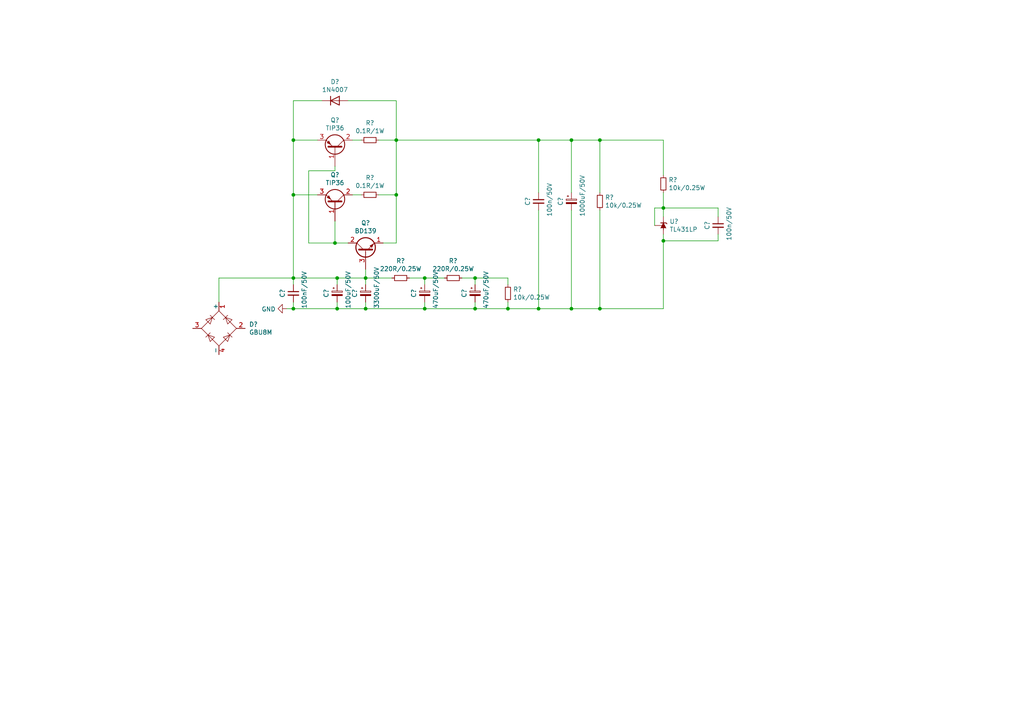
<source format=kicad_sch>
(kicad_sch (version 20230121) (generator eeschema)
  (paper "A4")
  (lib_symbols
    (symbol "Device:C_Small" (pin_numbers hide) (pin_names (offset 0.254) hide)
      (property "Reference" "C" (at 0.254 1.778 0))
      (property "Value" "C_Small" (at 0.254 -2.032 0))
      (symbol "C_Small_0_1"
        (polyline (pts (xy -1.524 -0.508) (xy 1.524 -0.508)) (stroke (width 0.3302)))
        (polyline (pts (xy -1.524 0.508) (xy 1.524 0.508)) (stroke (width 0.3048)))
      )
      (symbol "C_Small_1_1"
        (pin passive line (at 0 2.54 270) (length 2.032) (name "~") (number "1"))
        (pin passive line (at 0 -2.54 90) (length 2.032) (name "~") (number "2"))
      )
    )
    (symbol "Device:Q_PNP_BCE" (pin_names (offset 0) hide)
      (property "Reference" "Q" (at 5.08 1.27 0))
      (property "Value" "Q_PNP_BCE" (at 5.08 -1.27 0))
      (symbol "Q_PNP_BCE_0_1"
        (polyline (pts (xy 0.635 0.635) (xy 2.54 2.54)))
        (polyline (pts (xy 0.635 -0.635) (xy 2.54 -2.54) (xy 2.54 -2.54)))
        (polyline (pts (xy 0.635 1.905) (xy 0.635 -1.905) (xy 0.635 -1.905)) (stroke (width 0.508)))
        (polyline (pts (xy 2.286 -1.778) (xy 1.778 -2.286) (xy 1.27 -1.27) (xy 2.286 -1.778) (xy 2.286 -1.778)) (fill (type outline)))
        (circle (center 1.27 0) (radius 2.8194) (stroke (width 0.254)))
      )
      (symbol "Q_PNP_BCE_1_1"
        (pin input line (at -5.08 0 0) (length 5.715) (name "B") (number "1"))
        (pin passive line (at 2.54 5.08 270) (length 2.54) (name "C") (number "2"))
        (pin passive line (at 2.54 -5.08 90) (length 2.54) (name "E") (number "3"))
      )
    )
    (symbol "Device:R_Small" (pin_numbers hide) (pin_names (offset 0.254) hide)
      (property "Reference" "R" (at 0.762 0.508 0))
      (property "Value" "R_Small" (at 0.762 -1.016 0))
      (symbol "R_Small_0_1"
        (rectangle (start -0.762 1.778) (end 0.762 -1.778) (stroke (width 0.2032)))
      )
      (symbol "R_Small_1_1"
        (pin passive line (at 0 2.54 270) (length 0.762) (name "~") (number "1"))
        (pin passive line (at 0 -2.54 90) (length 0.762) (name "~") (number "2"))
      )
    )
    (symbol "Diode:1N4007" (pin_numbers hide) (pin_names hide)
      (property "Reference" "D" (at 0 2.54 0))
      (property "Value" "1N4007" (at 0 -2.54 0))
      (symbol "1N4007_0_1"
        (polyline (pts (xy -1.27 1.27) (xy -1.27 -1.27)) (stroke (width 0.254)))
        (polyline (pts (xy 1.27 0) (xy -1.27 0)))
        (polyline (pts (xy 1.27 1.27) (xy 1.27 -1.27) (xy -1.27 0) (xy 1.27 1.27)) (stroke (width 0.254)))
      )
      (symbol "1N4007_1_1"
        (pin passive line (at -3.81 0 0) (length 2.54) (name "K") (number "1"))
        (pin passive line (at 3.81 0 180) (length 2.54) (name "A") (number "2"))
      )
    )
    (symbol "Diode_Bridge:GBU8M" (pin_names (offset 0))
      (property "Reference" "D" (at 2.54 6.985 0))
      (property "Value" "GBU8M" (at 2.54 5.08 0))
      (symbol "GBU8M_0_1"
        (polyline (pts (xy -2.54 3.81) (xy -1.27 2.54)))
        (polyline (pts (xy -1.27 -2.54) (xy -2.54 -3.81)))
        (polyline (pts (xy 2.54 -1.27) (xy 3.81 -2.54)))
        (polyline (pts (xy 2.54 1.27) (xy 3.81 2.54)))
        (polyline (pts (xy -3.81 2.54) (xy -2.54 1.27) (xy -1.905 3.175) (xy -3.81 2.54)))
        (polyline (pts (xy -2.54 -1.27) (xy -3.81 -2.54) (xy -1.905 -3.175) (xy -2.54 -1.27)))
        (polyline (pts (xy 1.27 2.54) (xy 2.54 3.81) (xy 3.175 1.905) (xy 1.27 2.54)))
        (polyline (pts (xy 3.175 -1.905) (xy 1.27 -2.54) (xy 2.54 -3.81) (xy 3.175 -1.905)))
        (polyline (pts (xy -5.08 0) (xy 0 -5.08) (xy 5.08 0) (xy 0 5.08) (xy -5.08 0)))
      )
      (symbol "GBU8M_1_1"
        (pin passive line (at 7.62 0 180) (length 2.54) (name "+") (number "1"))
        (pin passive line (at 0 -7.62 90) (length 2.54) (name "~") (number "2"))
        (pin passive line (at 0 7.62 270) (length 2.54) (name "~") (number "3"))
        (pin passive line (at -7.62 0 0) (length 2.54) (name "-") (number "4"))
      )
    )
    (symbol "Reference_Voltage:TL431LP" (pin_numbers hide) (pin_names hide)
      (property "Reference" "U" (at -2.54 2.54 0))
      (property "Value" "TL431LP" (at 0 -2.54 0))
      (symbol "TL431LP_0_1"
        (polyline (pts (xy -1.27 0) (xy 0 0) (xy 1.27 0)))
        (polyline (pts (xy -0.762 0.762) (xy 0.762 0) (xy -0.762 -0.762)) (fill (type outline)))
        (polyline (pts (xy 0.508 -1.016) (xy 0.762 -0.762) (xy 0.762 0.762) (xy 0.762 0.762)) (stroke (width 0.254)))
      )
      (symbol "TL431LP_1_1"
        (pin passive line (at 0 2.54 270) (length 2.54) (name "REF") (number "1"))
        (pin passive line (at -2.54 0 0) (length 2.54) (name "A") (number "2"))
        (pin passive line (at 2.54 0 180) (length 2.54) (name "K") (number "3"))
      )
    )
    (symbol "Transistor_BJT:BD139" (pin_names (offset 0) hide)
      (property "Reference" "Q" (at 5.08 1.905 0))
      (property "Value" "BD139" (at 5.08 0 0))
      (symbol "BD139_0_1"
        (polyline (pts (xy 0 0) (xy 0.635 0)))
        (polyline (pts (xy 2.54 -2.54) (xy 0.635 -0.635)))
        (polyline (pts (xy 2.54 2.54) (xy 0.635 0.635)))
        (polyline (pts (xy 0.635 1.905) (xy 0.635 -1.905) (xy 0.635 -1.905)) (stroke (width 0.508)) (fill (type outline)))
        (polyline (pts (xy 1.2446 -1.778) (xy 1.7526 -1.27) (xy 2.286 -2.286) (xy 1.2446 -1.778) (xy 1.2446 -1.778)) (fill (type outline)))
        (circle (center 1.27 0) (radius 2.8194) (stroke (width 0.3048)))
      )
      (symbol "BD139_1_1"
        (pin passive line (at 2.54 -5.08 90) (length 2.54) (name "E") (number "1"))
        (pin passive line (at 2.54 5.08 270) (length 2.54) (name "C") (number "2"))
        (pin input line (at -5.08 0 0) (length 5.08) (name "B") (number "3"))
      )
    )
    (symbol "power:GND" (power) (pin_names (offset 0))
      (property "Value" "GND" (at 0 -3.81 0))
      (symbol "GND_0_1"
        (polyline (pts (xy 0 0) (xy 0 -1.27) (xy 1.27 -1.27) (xy 0 -2.54) (xy -1.27 -1.27) (xy 0 -1.27)))
      )
      (symbol "GND_1_1"
        (pin power_in line (at 0 0 270) (length 0) hide (name "GND") (number "1"))
      )
    )
    (symbol "zeus-rescue:CP_Small-Device" (pin_numbers hide) (pin_names (offset 0.254) hide)
      (property "Reference" "C" (at 0.254 1.778 0))
      (property "Value" "Device_CP_Small" (at 0.254 -2.032 0))
      (symbol "CP_Small-Device_0_1"
        (rectangle (start -1.524 -0.3048) (end 1.524 -0.6858) (fill (type outline)))
        (rectangle (start -1.524 0.6858) (end 1.524 0.3048))
        (polyline (pts (xy -1.27 1.524) (xy -0.762 1.524)))
        (polyline (pts (xy -1.016 1.27) (xy -1.016 1.778)))
      )
      (symbol "CP_Small-Device_1_1"
        (pin passive line (at 0 2.54 270) (length 1.8542) (name "~") (number "1"))
        (pin passive line (at 0 -2.54 90) (length 1.8542) (name "~") (number "2"))
      )
    )
  )
  (junction (at 156.21 40.64))
  (junction (at 97.79 80.645))
  (junction (at 156.21 89.535))
  (junction (at 192.405 60.325))
  (junction (at 85.09 40.64))
  (junction (at 106.045 89.535))
  (junction (at 85.09 56.515))
  (junction (at 173.99 89.535))
  (junction (at 114.935 56.515))
  (junction (at 85.09 89.535))
  (junction (at 173.99 40.64))
  (junction (at 123.19 89.535))
  (junction (at 85.09 80.645))
  (junction (at 147.32 89.535))
  (junction (at 123.19 80.645))
  (junction (at 165.735 40.64))
  (junction (at 97.155 70.485))
  (junction (at 165.735 89.535))
  (junction (at 137.795 80.645))
  (junction (at 137.795 89.535))
  (junction (at 114.935 40.64))
  (junction (at 97.79 89.535))
  (junction (at 106.045 80.645))
  (junction (at 192.405 69.85))
  (wire (pts (xy 192.405 55.88) (xy 192.405 60.325)))
  (wire (pts (xy 192.405 89.535) (xy 173.99 89.535)))
  (wire (pts (xy 97.79 80.645) (xy 97.79 82.55)))
  (wire (pts (xy 114.935 56.515) (xy 114.935 70.485)))
  (wire (pts (xy 173.99 89.535) (xy 173.99 60.96)))
  (wire (pts (xy 63.5 87.63) (xy 63.5 80.645)))
  (wire (pts (xy 114.935 40.64) (xy 114.935 29.21)))
  (wire (pts (xy 85.09 29.21) (xy 85.09 40.64)))
  (wire (pts (xy 165.735 40.64) (xy 173.99 40.64)))
  (wire (pts (xy 83.185 89.535) (xy 85.09 89.535)))
  (wire (pts (xy 106.045 89.535) (xy 123.19 89.535)))
  (wire (pts (xy 102.235 40.64) (xy 104.775 40.64)))
  (wire (pts (xy 97.79 89.535) (xy 106.045 89.535)))
  (wire (pts (xy 208.28 69.85) (xy 192.405 69.85)))
  (wire (pts (xy 147.32 87.63) (xy 147.32 89.535)))
  (wire (pts (xy 111.125 70.485) (xy 114.935 70.485)))
  (wire (pts (xy 85.09 89.535) (xy 97.79 89.535)))
  (wire (pts (xy 189.865 65.405) (xy 189.865 60.325)))
  (wire (pts (xy 173.99 40.64) (xy 173.99 55.88)))
  (wire (pts (xy 97.155 70.485) (xy 100.965 70.485)))
  (wire (pts (xy 109.855 56.515) (xy 114.935 56.515)))
  (wire (pts (xy 192.405 60.325) (xy 208.28 60.325)))
  (wire (pts (xy 133.985 80.645) (xy 137.795 80.645)))
  (wire (pts (xy 106.045 80.645) (xy 113.665 80.645)))
  (wire (pts (xy 173.99 40.64) (xy 192.405 40.64)))
  (wire (pts (xy 118.745 80.645) (xy 123.19 80.645)))
  (wire (pts (xy 85.09 89.535) (xy 85.09 87.63)))
  (wire (pts (xy 97.155 49.53) (xy 89.535 49.53)))
  (wire (pts (xy 63.5 80.645) (xy 85.09 80.645)))
  (wire (pts (xy 192.405 40.64) (xy 192.405 50.8)))
  (wire (pts (xy 114.935 40.64) (xy 156.21 40.64)))
  (wire (pts (xy 147.32 80.645) (xy 147.32 82.55)))
  (wire (pts (xy 114.935 40.64) (xy 114.935 56.515)))
  (wire (pts (xy 156.21 89.535) (xy 165.735 89.535)))
  (wire (pts (xy 208.28 60.325) (xy 208.28 62.865)))
  (wire (pts (xy 89.535 49.53) (xy 89.535 70.485)))
  (wire (pts (xy 189.865 60.325) (xy 192.405 60.325)))
  (wire (pts (xy 85.09 56.515) (xy 85.09 80.645)))
  (wire (pts (xy 156.21 89.535) (xy 147.32 89.535)))
  (wire (pts (xy 123.19 87.63) (xy 123.19 89.535)))
  (wire (pts (xy 123.19 89.535) (xy 137.795 89.535)))
  (wire (pts (xy 137.795 80.645) (xy 137.795 82.55)))
  (wire (pts (xy 123.19 80.645) (xy 123.19 82.55)))
  (wire (pts (xy 114.935 29.21) (xy 100.965 29.21)))
  (wire (pts (xy 93.345 29.21) (xy 85.09 29.21)))
  (wire (pts (xy 97.79 80.645) (xy 106.045 80.645)))
  (wire (pts (xy 123.19 80.645) (xy 128.905 80.645)))
  (wire (pts (xy 109.855 40.64) (xy 114.935 40.64)))
  (wire (pts (xy 97.155 64.135) (xy 97.155 70.485)))
  (wire (pts (xy 192.405 67.945) (xy 192.405 69.85)))
  (wire (pts (xy 85.09 40.64) (xy 85.09 56.515)))
  (wire (pts (xy 147.32 89.535) (xy 137.795 89.535)))
  (wire (pts (xy 106.045 87.63) (xy 106.045 89.535)))
  (wire (pts (xy 156.21 60.96) (xy 156.21 89.535)))
  (wire (pts (xy 85.09 56.515) (xy 92.075 56.515)))
  (wire (pts (xy 156.21 40.64) (xy 165.735 40.64)))
  (wire (pts (xy 165.735 55.88) (xy 165.735 40.64)))
  (wire (pts (xy 192.405 69.85) (xy 192.405 89.535)))
  (wire (pts (xy 85.09 80.645) (xy 85.09 82.55)))
  (wire (pts (xy 192.405 62.865) (xy 192.405 60.325)))
  (wire (pts (xy 97.79 87.63) (xy 97.79 89.535)))
  (wire (pts (xy 106.045 80.645) (xy 106.045 78.105)))
  (wire (pts (xy 106.045 80.645) (xy 106.045 82.55)))
  (wire (pts (xy 137.795 87.63) (xy 137.795 89.535)))
  (wire (pts (xy 85.09 40.64) (xy 92.075 40.64)))
  (wire (pts (xy 97.79 80.645) (xy 85.09 80.645)))
  (wire (pts (xy 156.21 55.88) (xy 156.21 40.64)))
  (wire (pts (xy 208.28 67.945) (xy 208.28 69.85)))
  (wire (pts (xy 97.155 48.26) (xy 97.155 49.53)))
  (wire (pts (xy 89.535 70.485) (xy 97.155 70.485)))
  (wire (pts (xy 165.735 60.96) (xy 165.735 89.535)))
  (wire (pts (xy 102.235 56.515) (xy 104.775 56.515)))
  (wire (pts (xy 165.735 89.535) (xy 173.99 89.535)))
  (wire (pts (xy 137.795 80.645) (xy 147.32 80.645)))
  (symbol (lib_id "Diode_Bridge:GBU8M") (at 63.5 95.25 90) (unit 1)
    (property "Reference" "D?" (at 72.2376 94.0816 90) (effects (justify right)))
    (property "Value" "GBU8M" (at 72.2376 96.393 90) (effects (justify right)))
    (property "Footprint" "Diode_THT:Diode_Bridge_Vishay_GBU" (effects hide))
    (property "Datasheet" "http://www.vishay.com/docs/88656/gbu8a.pdf" (effects hide))
  )
  (symbol (lib_id "Device:Q_PNP_BCE") (at 97.155 43.18 270) (mirror x) (unit 1)
    (property "Reference" "Q?" (at 97.155 34.8488 90))
    (property "Value" "TIP36" (at 97.155 37.1602 90))
    (property "Footprint" "Package_TO_SOT_THT:TO-3P-3_Vertical" (effects hide))
  )
  (symbol (lib_id "Device:Q_PNP_BCE") (at 97.155 59.055 270) (mirror x) (unit 1)
    (property "Reference" "Q?" (at 97.155 50.7238 90))
    (property "Value" "TIP36" (at 97.155 53.0352 90))
    (property "Footprint" "Package_TO_SOT_THT:TO-3P-3_Vertical" (effects hide))
  )
  (symbol (lib_id "Diode:1N4007") (at 97.155 29.21 0) (unit 1)
    (property "Reference" "D?" (at 97.155 23.7236 0))
    (property "Value" "1N4007" (at 97.155 26.035 0))
    (property "Footprint" "Diode_THT:D_DO-41_SOD81_P10.16mm_Horizontal" (effects hide))
    (property "Datasheet" "http://www.vishay.com/docs/88503/1n4001.pdf" (effects hide))
  )
  (symbol (lib_id "Transistor_BJT:BD139") (at 106.045 73.025 90) (unit 1)
    (property "Reference" "Q?" (at 106.045 64.6684 90))
    (property "Value" "BD139" (at 106.045 66.9798 90))
    (property "Footprint" "Package_TO_SOT_THT:TO-126-3_Vertical" (effects hide))
    (property "Datasheet" "http://www.st.com/internet/com/TECHNICAL_RESOURCES/TECHNICAL_LITERATURE/DATASHEET/CD00001225.pdf" (effects hide))
  )
  (symbol (lib_id "Device:R_Small") (at 107.315 56.515 270) (unit 1)
    (property "Reference" "R?" (at 107.315 51.5366 90))
    (property "Value" "0.1R/1W" (at 107.315 53.848 90))
  )
  (symbol (lib_id "Device:R_Small") (at 107.315 40.64 270) (unit 1)
    (property "Reference" "R?" (at 107.315 35.6616 90))
    (property "Value" "0.1R/1W" (at 107.315 37.973 90))
  )
  (symbol (lib_id "Device:C_Small") (at 85.09 85.09 0) (unit 1)
    (property "Reference" "C?" (at 81.915 86.36 90) (effects (justify left)))
    (property "Value" "100nF/50V" (at 88.265 89.535 90) (effects (justify left)))
  )
  (symbol (lib_id "zeus-rescue:CP_Small-Device") (at 97.79 85.09 0) (unit 1)
    (property "Reference" "C?" (at 94.615 86.36 90) (effects (justify left)))
    (property "Value" "100uF/50V" (at 100.965 89.535 90) (effects (justify left)))
  )
  (symbol (lib_id "zeus-rescue:CP_Small-Device") (at 106.045 85.09 0) (unit 1)
    (property "Reference" "C?" (at 102.87 86.36 90) (effects (justify left)))
    (property "Value" "3300uF/50V" (at 109.22 89.535 90) (effects (justify left)))
  )
  (symbol (lib_id "Device:R_Small") (at 116.205 80.645 270) (unit 1)
    (property "Reference" "R?" (at 116.205 75.6666 90))
    (property "Value" "220R/0.25W" (at 116.205 77.978 90))
  )
  (symbol (lib_id "zeus-rescue:CP_Small-Device") (at 123.19 85.09 0) (unit 1)
    (property "Reference" "C?" (at 120.015 86.36 90) (effects (justify left)))
    (property "Value" "470uF/50V" (at 126.365 89.535 90) (effects (justify left)))
  )
  (symbol (lib_id "Device:R_Small") (at 131.445 80.645 270) (unit 1)
    (property "Reference" "R?" (at 131.445 75.6666 90))
    (property "Value" "220R/0.25W" (at 131.445 77.978 90))
  )
  (symbol (lib_id "zeus-rescue:CP_Small-Device") (at 137.795 85.09 0) (unit 1)
    (property "Reference" "C?" (at 134.62 86.36 90) (effects (justify left)))
    (property "Value" "470uF/50V" (at 140.97 89.535 90) (effects (justify left)))
  )
  (symbol (lib_id "Device:R_Small") (at 147.32 85.09 180) (unit 1)
    (property "Reference" "R?" (at 148.8186 83.9216 0) (effects (justify right)))
    (property "Value" "10k/0.25W" (at 148.8186 86.233 0) (effects (justify right)))
  )
  (symbol (lib_id "power:GND") (at 83.185 89.535 270) (unit 1)
    (property "Reference" "#PWR?" (effects hide))
    (property "Value" "GND" (at 79.9338 89.662 90) (effects (justify right)))
  )
  (symbol (lib_id "zeus-rescue:CP_Small-Device") (at 165.735 58.42 0) (unit 1)
    (property "Reference" "C?" (at 162.56 59.69 90) (effects (justify left)))
    (property "Value" "1000uF/50V" (at 168.91 62.865 90) (effects (justify left)))
  )
  (symbol (lib_id "Device:R_Small") (at 173.99 58.42 180) (unit 1)
    (property "Reference" "R?" (at 175.4886 57.2516 0) (effects (justify right)))
    (property "Value" "10k/0.25W" (at 175.4886 59.563 0) (effects (justify right)))
  )
  (symbol (lib_id "Device:C_Small") (at 156.21 58.42 0) (unit 1)
    (property "Reference" "C?" (at 153.035 59.69 90) (effects (justify left)))
    (property "Value" "100n/50V" (at 159.385 62.865 90) (effects (justify left)))
  )
  (symbol (lib_id "Reference_Voltage:TL431LP") (at 192.405 65.405 90) (unit 1)
    (property "Reference" "U?" (at 194.183 64.2366 90) (effects (justify right)))
    (property "Value" "TL431LP" (at 194.183 66.548 90) (effects (justify right)))
    (property "Footprint" "Package_TO_SOT_THT:TO-92_Inline" (effects hide))
    (property "Datasheet" "http://www.ti.com/lit/ds/symlink/tl431.pdf" (effects hide))
  )
  (symbol (lib_id "Device:R_Small") (at 192.405 53.34 180) (unit 1)
    (property "Reference" "R?" (at 193.9036 52.1716 0) (effects (justify right)))
    (property "Value" "10k/0.25W" (at 193.9036 54.483 0) (effects (justify right)))
  )
  (symbol (lib_id "Device:C_Small") (at 208.28 65.405 0) (unit 1)
    (property "Reference" "C?" (at 205.105 66.675 90) (effects (justify left)))
    (property "Value" "100n/50V" (at 211.455 69.85 90) (effects (justify left)))
  )
)
</source>
